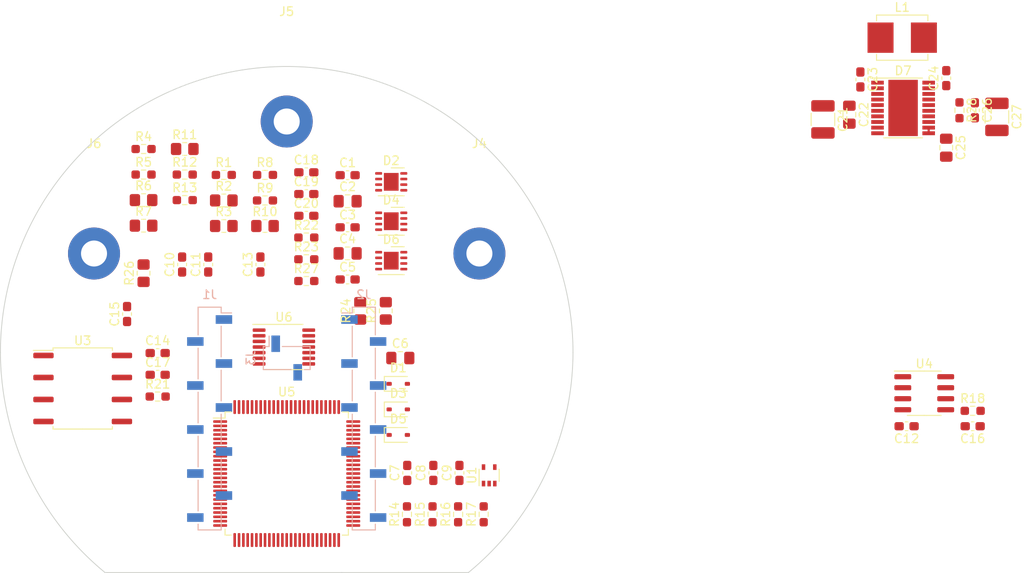
<source format=kicad_pcb>
(kicad_pcb (version 20221018) (generator pcbnew)
  (layers (0 "F.Cu" signal) (31 "B.Cu" signal) (34 "B.Paste" user) (35 "F.Paste" user) (36 "B.SilkS" user "B.Silkscreen") (37 "F.SilkS" user "F.Silkscreen") (38 "B.Mask" user) (39 "F.Mask" user) (44 "Edge.Cuts" user))
  (net 0 "")
  (net 1 "GND")
  (net 2 "A")
  (net 3 "B")
  (net 4 "C")
  (net 5 "G1")
  (net 6 "G2")
  (net 7 "G3")
  (net 8 "Temp_A")
  (net 9 "Shunt_2")
  (net 10 "Shunt_1")
  (net 21 "+24V")
  (net 27 "+12V")
  (net 41 "Net-(D1-K)")
  (net 42 "Net-(D3-K)")
  (net 48 "Net-(D5-K)")
  (net 49 "Net-(U1--)")
  (net 70 "+5V")
  (net 94 "Enable")
  (net 118 "IN_A")
  (net 119 "Net-(D2-DRVL)")
  (net 120 "Net-(D2-DRVH)")
  (net 121 "IN_B")
  (net 122 "Net-(D4-DRVL)")
  (net 123 "Net-(D4-DRVH)")
  (net 124 "IN_C")
  (net 125 "Net-(D6-DRVL)")
  (net 126 "Net-(D6-DRVH)")
  (net 127 "G4")
  (net 128 "G5")
  (net 129 "G6")
  (net 130 "Net-(U1-+)")
  (net 131 "Net-(R17-Pad1)")
  (net 132 "Temp_B")
  (net 133 "Temp_C")
  (net 134 "VDD")
  (net 135 "VSSA")
  (net 136 "VDDA")
  (net 137 "VSS")
  (net 152 "+3.3V")
  (net 153 "Net-(R18-Pad1)")
  (net 155 "DC_Current_MCU")
  (net 156 "CANL")
  (net 157 "CANH")
  (net 158 "CAN_RXD")
  (net 159 "CAN_TXD")
  (net 160 "Temp_A_MCU")
  (net 161 "Temp_B_MCU")
  (net 162 "Temp_C_MCU")
  (net 163 "Net-(U8A--)")
  (net 164 "Net-(U8B--)")
  (net 165 "Net-(U8C--)")
  (net 166 "Net-(D7-IGN)")
  (net 167 "Net-(D7-L1)")
  (net 168 "Net-(D7-BST1)")
  (net 169 "Net-(D7-BST2)")
  (net 170 "Net-(D7-L2)")
  (net 171 "Net-(D7-VOS_FB)")
  (net 172 "Net-(D7-VOUT)")
  (net 174 "Net-(D7-PG)")
  (footprint "Resistor_SMD:R_0603_1608Metric_Pad0.98x0.95mm_HandSolder" (layer "F.Cu") (at 85.4475 83.85)
    (fp_text reference "R23")
    (fp_text value "120")
  )
  (footprint "Resistor_SMD:R_0603_1608Metric_Pad0.98x0.95mm_HandSolder" (layer "F.Cu") (at 66.675 71.12)
    (fp_text reference "R4")
    (fp_text value "10k")
  )
  (footprint "Package_DFN_QFN:DFN-8-1EP_3x3mm_P0.65mm_EP1.7x2.05mm" (layer "F.Cu") (at 95.24 79.46)
    (fp_text reference "D4")
    (fp_text value "ADP3110A")
  )
  (footprint "Resistor_SMD:R_0805_2012Metric_Pad1.20x1.40mm_HandSolder" (layer "F.Cu") (at 66.675 79.97)
    (fp_text reference "R7")
    (fp_text value "2.7")
  )
  (footprint "Capacitor_SMD:C_0603_1608Metric_Pad1.08x0.95mm_HandSolder" (layer "F.Cu") (at 68.3025 97.185)
    (fp_text reference "C17")
    (fp_text value "56p")
  )
  (footprint "Capacitor_SMD:C_0805_2012Metric_Pad1.18x1.45mm_HandSolder" (layer "F.Cu") (at 96.2875 95.25)
    (fp_text reference "C6")
    (fp_text value "BS")
  )
  (footprint "Capacitor_SMD:C_0603_1608Metric_Pad1.08x0.95mm_HandSolder" (layer "F.Cu") (at 74.13 84.455 90)
    (fp_text reference "C11")
    (fp_text value "100n")
  )
  (footprint "Resistor_SMD:R_0603_1608Metric_Pad0.98x0.95mm_HandSolder" (layer "F.Cu") (at 85.4475 86.36)
    (fp_text reference "R27")
    (fp_text value "120")
  )
  (footprint "Capacitor_SMD:C_0805_2012Metric_Pad1.18x1.45mm_HandSolder" (layer "F.Cu") (at 148.082 67.1565 -90)
    (fp_text reference "C22")
    (fp_text value "470n")
  )
  (footprint "Capacitor_SMD:C_0603_1608Metric_Pad1.08x0.95mm_HandSolder" (layer "F.Cu") (at 103.105 108.5125 90)
    (fp_text reference "C9")
    (fp_text value "56p")
  )
  (footprint "Package_DFN_QFN:DFN-8-1EP_3x3mm_P0.65mm_EP1.7x2.05mm" (layer "F.Cu") (at 95.24 74.91)
    (fp_text reference "D2")
    (fp_text value "ADP3110A")
  )
  (footprint "Capacitor_SMD:C_0603_1608Metric_Pad1.08x0.95mm_HandSolder" (layer "F.Cu") (at 85.4475 76.32)
    (fp_text reference "C19")
    (fp_text value "56p")
  )
  (footprint "Connector_My:Power_Wire" (layer "F.Cu") (at 60.96 70.993)
    (fp_text reference "J6")
    (fp_text value "C")
  )
  (footprint "Resistor_SMD:R_0805_2012Metric_Pad1.20x1.40mm_HandSolder" (layer "F.Cu") (at 75.93 80.01)
    (fp_text reference "R3")
    (fp_text value "2.7")
  )
  (footprint "Package_TO_SOT_SMD:SOT-353_SC-70-5" (layer "F.Cu") (at 106.535 108.7925 90)
    (fp_text reference "U1")
    (fp_text value "LMV7239M5")
  )
  (footprint "Resistor_SMD:R_0805_2012Metric_Pad1.20x1.40mm_HandSolder" (layer "F.Cu") (at 75.93 77.06)
    (fp_text reference "R2")
    (fp_text value "2.7")
  )
  (footprint "Capacitor_SMD:C_0603_1608Metric_Pad1.08x0.95mm_HandSolder" (layer "F.Cu") (at 90.21 80.16)
    (fp_text reference "C3")
    (fp_text value "10u")
  )
  (footprint "Capacitor_SMD:C_0603_1608Metric_Pad1.08x0.95mm_HandSolder" (layer "F.Cu") (at 68.3025 94.675)
    (fp_text reference "C14")
    (fp_text value "56p")
  )
  (footprint "Connector_My:Power_Wire" (layer "F.Cu") (at 105.41 70.993)
    (fp_text reference "J4")
    (fp_text value "A")
  )
  (footprint "Resistor_SMD:R_0603_1608Metric_Pad0.98x0.95mm_HandSolder" (layer "F.Cu") (at 102.955 113.2925 90)
    (fp_text reference "R16")
    (fp_text value "120")
  )
  (footprint "Resistor_SMD:R_0603_1608Metric_Pad0.98x0.95mm_HandSolder" (layer "F.Cu") (at 71.425 74.07)
    (fp_text reference "R12")
    (fp_text value "10k")
  )
  (footprint "Capacitor_SMD:C_0603_1608Metric_Pad1.08x0.95mm_HandSolder" (layer "F.Cu") (at 85.4475 73.81)
    (fp_text reference "C18")
    (fp_text value "56p")
  )
  (footprint "Package_SO:SOIC-8_3.9x4.9mm_P1.27mm" (layer "F.Cu") (at 156.718 99.314)
    (fp_text reference "U4")
    (fp_text value "INA283")
  )
  (footprint "Capacitor_SMD:C_0603_1608Metric_Pad1.08x0.95mm_HandSolder" (layer "F.Cu") (at 162.306 103.124 180)
    (fp_text reference "C16")
    (fp_text value "56p")
  )
  (footprint "Resistor_SMD:R_0805_2012Metric_Pad1.20x1.40mm_HandSolder" (layer "F.Cu") (at 66.675 85.455 90)
    (fp_text reference "R26")
    (fp_text value "10k")
  )
  (footprint "Capacitor_SMD:C_0603_1608Metric_Pad1.08x0.95mm_HandSolder" (layer "F.Cu") (at 154.686 103.124 180)
    (fp_text reference "C12")
    (fp_text value "0.1u")
  )
  (footprint "Package_SO:TSSOP-14_4.4x5mm_P0.65mm" (layer "F.Cu") (at 82.8625 93.98)
    (fp_text reference "U6")
    (fp_text value "AS5047D")
  )
  (footprint "Capacitor_SMD:C_0603_1608Metric_Pad1.08x0.95mm_HandSolder" (layer "F.Cu") (at 71.12 84.455 90)
    (fp_text reference "C10")
    (fp_text value "100n")
  )
  (footprint "Resistor_SMD:R_0603_1608Metric_Pad0.98x0.95mm_HandSolder" (layer "F.Cu") (at 162.306 101.346)
    (fp_text reference "R18")
    (fp_text value "120")
  )
  (footprint "Resistor_SMD:R_0603_1608Metric_Pad0.98x0.95mm_HandSolder" (layer "F.Cu") (at 160.782 66.6485 -90)
    (fp_text reference "R28")
    (fp_text value "100k")
  )
  (footprint "Capacitor_SMD:C_0603_1608Metric_Pad1.08x0.95mm_HandSolder" (layer "F.Cu") (at 80.15 84.455 90)
    (fp_text reference "C13")
    (fp_text value "100n")
  )
  (footprint "Resistor_SMD:R_0603_1608Metric_Pad0.98x0.95mm_HandSolder" (layer "F.Cu") (at 75.93 74.11)
    (fp_text reference "R1")
    (fp_text value "10k")
  )
  (footprint "Diode_SMD:D_SOD-323" (layer "F.Cu") (at 96.0525 101.18)
    (fp_text reference "D3")
    (fp_text value "D_Small")
  )
  (footprint "Connector_My:Power_Wire" (layer "F.Cu") (at 83.185 55.753)
    (fp_text reference "J5")
    (fp_text value "B")
  )
  (footprint "Resistor_SMD:R_0603_1608Metric_Pad0.98x0.95mm_HandSolder" (layer "F.Cu") (at 97.055 113.2925 90)
    (fp_text reference "R14")
    (fp_text value "1k")
  )
  (footprint "Resistor_SMD:R_0805_2012Metric_Pad1.20x1.40mm_HandSolder" (layer "F.Cu") (at 66.675 77.02)
    (fp_text reference "R6")
    (fp_text value "2.7")
  )
  (footprint "Capacitor_SMD:C_1210_3225Metric_Pad1.33x2.70mm_HandSolder" (layer "F.Cu") (at 165.1 67.4105 -90)
    (fp_text reference "C27")
    (fp_text value "22u")
  )
  (footprint "Capacitor_SMD:C_0603_1608Metric_Pad1.08x0.95mm_HandSolder" (layer "F.Cu") (at 162.56 66.6485 -90)
    (fp_text reference "C26")
    (fp_text value "100n")
  )
  (footprint "Package_QFP:LQFP-100_14x14mm_P0.5mm" (layer "F.Cu") (at 83.185 108.585)
    (fp_text reference "U5")
    (fp_text value "STM32F071V8Tx")
  )
  (footprint "Resistor_SMD:R_0603_1608Metric_Pad0.98x0.95mm_HandSolder" (layer "F.Cu") (at 71.425 77.02)
    (fp_text reference "R13")
    (fp_text value "10k")
  )
  (footprint "Diode_SMD:D_SOD-323" (layer "F.Cu") (at 96.0525 98.23)
    (fp_text reference "D1")
    (fp_text value "D_Small")
  )
  (footprint "Resistor_SMD:R_0805_2012Metric_Pad1.20x1.40mm_HandSolder" (layer "F.Cu") (at 94.615 89.805 90)
    (fp_text reference "R25")
    (fp_text value "10k")
  )
  (footprint "Resistor_SMD:R_0603_1608Metric_Pad0.98x0.95mm_HandSolder" (layer "F.Cu") (at 85.4475 81.34)
    (fp_text reference "R22")
    (fp_text value "120")
  )
  (footprint "Resistor_SMD:R_0805_2012Metric_Pad1.20x1.40mm_HandSolder" (layer "F.Cu") (at 71.425 71.12)
    (fp_text reference "R11")
    (fp_text value "2.7")
  )
  (footprint "Resistor_SMD:R_0805_2012Metric_Pad1.20x1.40mm_HandSolder" (layer "F.Cu") (at 91.665 89.805 90)
    (fp_text reference "R24")
    (fp_text value "10k")
  )
  (footprint "Capacitor_SMD:C_0805_2012Metric_Pad1.18x1.45mm_HandSolder" (layer "F.Cu") (at 90.21 77.15)
    (fp_text reference "C2")
    (fp_text value "BS")
  )
  (footprint "Package_SO:SOP-8_6.62x9.15mm_P2.54mm" (layer "F.Cu") (at 59.6525 98.765)
    (fp_text reference "U3")
    (fp_text value "ISO1050DUB")
  )
  (footprint "Capacitor_SMD:C_0603_1608Metric_Pad1.08x0.95mm_HandSolder" (layer "F.Cu") (at 90.21 74.14)
    (fp_text reference "C1")
    (fp_text value "10u")
  )
  (footprint "Resistor_SMD:R_0603_1608Metric_Pad0.98x0.95mm_HandSolder" (layer "F.Cu") (at 105.905 113.2925 90)
    (fp_text reference "R17")
    (fp_text value "120")
  )
  (footprint "Capacitor_SMD:C_1210_3225Metric_Pad1.33x2.70mm_HandSolder" (layer "F.Cu") (at 145.034 67.703 -90)
    (fp_text reference "C21")
    (fp_text value "10u")
  )
  (footprint "Package_SO:HTSSOP-20-1EP_4.4x6.5mm_P0.65mm_EP3.4x6.5mm" (layer "F.Cu") (at 154.2795 66.3805)
    (fp_text reference "D7")
    (fp_text value "TPS55165QPWPRQ1")
  )
  (footprint "Capacitor_SMD:C_0603_1608Metric_Pad1.08x0.95mm_HandSolder" (layer "F.Cu") (at 159.258 62.939 90)
    (fp_text reference "C24")
    (fp_text value "100n")
  )
  (footprint "Resistor_SMD:R_0603_1608Metric_Pad0.98x0.95mm_HandSolder" (layer "F.Cu") (at 80.68 77.06)
    (fp_text reference "R9")
    (fp_text value "10k")
  )
  (footprint "Inductor_SMD:L_Murata_LQH55DN_5.7x5.0mm" (layer "F.Cu") (at 154.178 58.2665)
    (fp_text reference "L1")
    (fp_text value "4.7u")
  )
  (footprint "Capacitor_SMD:C_0805_2012Metric_Pad1.18x1.45mm_HandSolder" (layer "F.Cu") (at 90.21 83.17)
    (fp_text reference "C4")
    (fp_text value "BS")
  )
  (footprint "Capacitor_SMD:C_0603_1608Metric_Pad1.08x0.95mm_HandSolder" (layer "F.Cu") (at 97.085 108.5125 90)
    (fp_text reference "C7")
    (fp_text value "56p")
  )
  (footprint "Capacitor_SMD:C_0603_1608Metric_Pad1.08x0.95mm_HandSolder" (layer "F.Cu") (at 149.352 63.0925 -90)
    (fp_text reference "C23")
    (fp_text value "100n")
  )
  (footprint "Resistor_SMD:R_0603_1608Metric_Pad0.98x0.95mm_HandSolder" (layer "F.Cu") (at 66.675 74.07)
    (fp_text reference "R5")
    (fp_text value "10k")
  )
  (footprint "Resistor_SMD:R_0603_1608Metric_Pad0.98x0.95mm_HandSolder" (layer "F.Cu") (at 68.3025 99.695)
    (fp_text reference "R21")
    (fp_text value "120")
  )
  (footprint "Resistor_SMD:R_0603_1608Metric_Pad0.98x0.95mm_HandSolder" (layer "F.Cu") (at 80.68 74.11)
    (fp_text reference "R8")
    (fp_text value "10k")
  )
  (footprint "Capacitor_SMD:C_0603_1608Metric_Pad1.08x0.95mm_HandSolder" (layer "F.Cu") (at 100.095 108.5125 90)
    (fp_text reference "C8")
    (fp_text value "0.1u")
  )
  (footprint "Resistor_SMD:R_0805_2012Metric_Pad1.20x1.40mm_HandSolder" (layer "F.Cu") (at 80.68 80.01)
    (fp_text reference "R10")
    (fp_text value "2.7")
  )
  (footprint "Capacitor_SMD:C_0603_1608Metric_Pad1.08x0.95mm_HandSolder" (layer "F.Cu") (at 90.21 86.18)
    (fp_text reference "C5")
    (fp_text value "10u")
  )
  (footprint "Capacitor_SMD:C_0603_1608Metric_Pad1.08x0.95mm_HandSolder" (layer "F.Cu") (at 64.77 90.17 90)
    (fp_text reference "C15")
    (fp_text value "100n")
  )
  (footprint "Resistor_SMD:R_0603_1608Metric_Pad0.98x0.95mm_HandSolder" (layer "F.Cu") (at 100.005 113.2925 90)
    (fp_text reference "R15")
    (fp_text value "1k")
  )
  (footprint "Capacitor_SMD:C_0805_2012Metric_Pad1.18x1.45mm_HandSolder" (layer "F.Cu") (at 159.258 70.9665 -90)
    (fp_text reference "C25")
    (fp_text value "4.7u")
  )
  (footprint "Capacitor_SMD:C_0603_1608Metric_Pad1.08x0.95mm_HandSolder" (layer "F.Cu") (at 85.4475 78.83)
    (fp_text reference "C20")
    (fp_text value "56p")
  )
  (footprint "Package_DFN_QFN:DFN-8-1EP_3x3mm_P0.65mm_EP1.7x2.05mm" (layer "F.Cu") (at 95.24 84.01)
    (fp_text reference "D6")
    (fp_text value "ADP3110A")
  )
  (footprint "Diode_SMD:D_SOD-323" (layer "F.Cu") (at 96.0525 104.13)
    (fp_text reference "D5")
    (fp_text value "D_Small")
  )
  (footprint "Connector_PinSocket_2.54mm:PinSocket_1x10_P2.54mm_Vertical_SMD_Pin1Right" (layer "B.Cu") (at 92.075 102.235 180)
    (fp_text reference "J2")
    (fp_text value "Conn_01x10")
  )
  (footprint "Connector_PinSocket_2.54mm:PinSocket_1x02_P2.54mm_Vertical_SMD_Pin1Left" (layer "B.Cu") (at 83.185 95.25 -90)
    (fp_text reference "J3")
    (fp_text value "Conn_01x02")
  )
  (footprint "Connector_PinSocket_2.54mm:PinSocket_1x10_P2.54mm_Vertical_SMD_Pin1Left" (layer "B.Cu") (at 74.295 102.235 180)
    (fp_text reference "J1")
    (fp_text value "Conn_01x10")
  )
  (gr_arc (start 50.165 94.615) (mid 83.185 61.595) (end 116.205 94.615) (stroke (width 0.1)) (layer "Edge.Cuts"))
  (gr_arc (start 62.23 120.015) (mid 53.358765 108.663399) (end 50.165 94.615) (stroke (width 0.1)) (layer "Edge.Cuts"))
  (gr_line (start 89.535 120.015) (end 62.23 120.015) (stroke (width 0.1)) (layer "Edge.Cuts"))
  (gr_line (start 89.535 120.015) (end 104.14 120.015) (stroke (width 0.1)) (layer "Edge.Cuts"))
  (gr_arc (start 116.205 94.615) (mid 113.015789 108.665562) (end 104.14 120.015) (stroke (width 0.1)) (layer "Edge.Cuts"))
  (segment (start 158.949 64.1105) (end 159.258 63.8015) (width 0.25) (layer "F.Cu") (net 169))
  (segment (start 157.2295 68.6505) (end 157.2295 69.3005) (width 0.25) (layer "F.Cu") (net 171))
  (segment (start 159.512 69.675) (end 159.258 69.929) (width 0.25) (layer "F.Cu") (net 171))
)
</source>
